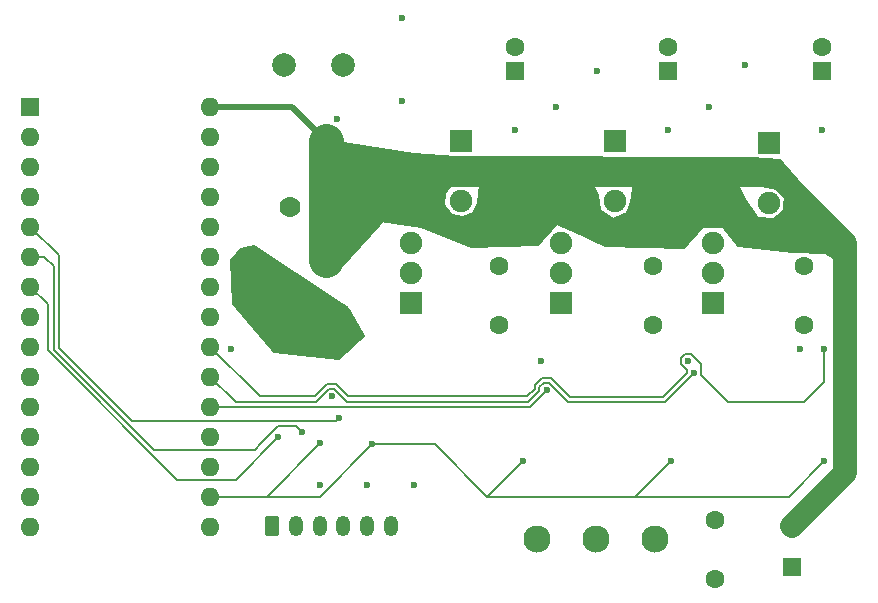
<source format=gbr>
%TF.GenerationSoftware,KiCad,Pcbnew,9.0.3*%
%TF.CreationDate,2025-07-09T22:45:58-05:00*%
%TF.ProjectId,focMotorController,666f634d-6f74-46f7-9243-6f6e74726f6c,rev?*%
%TF.SameCoordinates,Original*%
%TF.FileFunction,Copper,L3,Inr*%
%TF.FilePolarity,Positive*%
%FSLAX46Y46*%
G04 Gerber Fmt 4.6, Leading zero omitted, Abs format (unit mm)*
G04 Created by KiCad (PCBNEW 9.0.3) date 2025-07-09 22:45:58*
%MOMM*%
%LPD*%
G01*
G04 APERTURE LIST*
G04 Aperture macros list*
%AMRoundRect*
0 Rectangle with rounded corners*
0 $1 Rounding radius*
0 $2 $3 $4 $5 $6 $7 $8 $9 X,Y pos of 4 corners*
0 Add a 4 corners polygon primitive as box body*
4,1,4,$2,$3,$4,$5,$6,$7,$8,$9,$2,$3,0*
0 Add four circle primitives for the rounded corners*
1,1,$1+$1,$2,$3*
1,1,$1+$1,$4,$5*
1,1,$1+$1,$6,$7*
1,1,$1+$1,$8,$9*
0 Add four rect primitives between the rounded corners*
20,1,$1+$1,$2,$3,$4,$5,0*
20,1,$1+$1,$4,$5,$6,$7,0*
20,1,$1+$1,$6,$7,$8,$9,0*
20,1,$1+$1,$8,$9,$2,$3,0*%
G04 Aperture macros list end*
%TA.AperFunction,Conductor*%
%ADD10C,0.200000*%
%TD*%
%TA.AperFunction,ComponentPad*%
%ADD11RoundRect,0.250000X0.550000X-0.550000X0.550000X0.550000X-0.550000X0.550000X-0.550000X-0.550000X0*%
%TD*%
%TA.AperFunction,ComponentPad*%
%ADD12C,1.600000*%
%TD*%
%TA.AperFunction,ComponentPad*%
%ADD13C,1.770000*%
%TD*%
%TA.AperFunction,ComponentPad*%
%ADD14R,1.910000X1.910000*%
%TD*%
%TA.AperFunction,ComponentPad*%
%ADD15C,1.910000*%
%TD*%
%TA.AperFunction,ComponentPad*%
%ADD16RoundRect,0.250000X-0.350000X-0.625000X0.350000X-0.625000X0.350000X0.625000X-0.350000X0.625000X0*%
%TD*%
%TA.AperFunction,ComponentPad*%
%ADD17O,1.200000X1.750000*%
%TD*%
%TA.AperFunction,ComponentPad*%
%ADD18C,2.300000*%
%TD*%
%TA.AperFunction,ComponentPad*%
%ADD19C,2.000000*%
%TD*%
%TA.AperFunction,ComponentPad*%
%ADD20R,2.000000X2.000000*%
%TD*%
%TA.AperFunction,ComponentPad*%
%ADD21R,1.600000X1.600000*%
%TD*%
%TA.AperFunction,ComponentPad*%
%ADD22O,1.600000X1.600000*%
%TD*%
%TA.AperFunction,ViaPad*%
%ADD23C,0.600000*%
%TD*%
%TA.AperFunction,Conductor*%
%ADD24C,2.000000*%
%TD*%
%TA.AperFunction,Conductor*%
%ADD25C,0.500000*%
%TD*%
%TA.AperFunction,Conductor*%
%ADD26C,3.000000*%
%TD*%
G04 APERTURE END LIST*
D10*
%TO.N,Net-(D2-A)*%
X102383532Y-64001426D02*
X103760522Y-66373659D01*
X101668080Y-68388436D01*
X96111564Y-67744919D01*
X92659865Y-63719154D01*
X92511361Y-59969434D01*
X93365258Y-59041286D01*
X94421857Y-58810154D01*
X102383532Y-64001426D01*
%TA.AperFunction,Conductor*%
G36*
X102383532Y-64001426D02*
G01*
X103760522Y-66373659D01*
X101668080Y-68388436D01*
X96111564Y-67744919D01*
X92659865Y-63719154D01*
X92511361Y-59969434D01*
X93365258Y-59041286D01*
X94421857Y-58810154D01*
X102383532Y-64001426D01*
G37*
%TD.AperFunction*%
%TO.N,PVIN*%
X123544408Y-54493998D02*
X123711475Y-55756280D01*
X124827678Y-56466999D01*
X126048709Y-56021488D01*
X126345717Y-55097464D01*
X126588736Y-53398783D01*
X135331895Y-53491598D01*
X136130103Y-54995199D01*
X137123940Y-56385010D01*
X138498975Y-56520680D01*
X139323996Y-55732327D01*
X139415749Y-54308369D01*
X140138402Y-54216857D01*
X145058892Y-58559289D01*
X143778047Y-59932949D01*
X142812773Y-59394623D01*
X140098816Y-59263820D01*
X135424710Y-58763482D01*
X134143865Y-57167066D01*
X132491760Y-57204192D01*
X130802530Y-58930549D01*
X124138423Y-58763482D01*
X122189311Y-57835333D01*
X120110258Y-56888622D01*
X118439591Y-58689230D01*
X112815011Y-58837734D01*
X108582653Y-57185629D01*
X104034725Y-56500000D01*
X105500000Y-53686810D01*
X111149539Y-53686810D01*
X110571316Y-54297194D01*
X110480564Y-55353221D01*
X111214832Y-56194742D01*
X112147106Y-56351496D01*
X112980377Y-55996737D01*
X113359887Y-55179966D01*
X113576092Y-53565850D01*
X122950393Y-53343094D01*
X123544408Y-54493998D01*
%TA.AperFunction,Conductor*%
G36*
X123544408Y-54493998D02*
G01*
X123711475Y-55756280D01*
X124827678Y-56466999D01*
X126048709Y-56021488D01*
X126345717Y-55097464D01*
X126588736Y-53398783D01*
X135331895Y-53491598D01*
X136130103Y-54995199D01*
X137123940Y-56385010D01*
X138498975Y-56520680D01*
X139323996Y-55732327D01*
X139415749Y-54308369D01*
X140138402Y-54216857D01*
X145058892Y-58559289D01*
X143778047Y-59932949D01*
X142812773Y-59394623D01*
X140098816Y-59263820D01*
X135424710Y-58763482D01*
X134143865Y-57167066D01*
X132491760Y-57204192D01*
X130802530Y-58930549D01*
X124138423Y-58763482D01*
X122189311Y-57835333D01*
X120110258Y-56888622D01*
X118439591Y-58689230D01*
X112815011Y-58837734D01*
X108582653Y-57185629D01*
X104034725Y-56500000D01*
X105500000Y-53686810D01*
X111149539Y-53686810D01*
X110571316Y-54297194D01*
X110480564Y-55353221D01*
X111214832Y-56194742D01*
X112147106Y-56351496D01*
X112980377Y-55996737D01*
X113359887Y-55179966D01*
X113576092Y-53565850D01*
X122950393Y-53343094D01*
X123544408Y-54493998D01*
G37*
%TD.AperFunction*%
X108000000Y-51000000D02*
X111559289Y-51235317D01*
X136608977Y-51301995D01*
X139000000Y-51500000D01*
X142000000Y-55000000D01*
X141000000Y-55500000D01*
X138716917Y-53926948D01*
X137394616Y-53744561D01*
X111149539Y-53686810D01*
X105500000Y-56500000D01*
X101500000Y-61000000D01*
X100550000Y-52776044D01*
X101500000Y-50000000D01*
X108000000Y-51000000D01*
%TA.AperFunction,Conductor*%
G36*
X108000000Y-51000000D02*
G01*
X111559289Y-51235317D01*
X136608977Y-51301995D01*
X139000000Y-51500000D01*
X142000000Y-55000000D01*
X141000000Y-55500000D01*
X138716917Y-53926948D01*
X137394616Y-53744561D01*
X111149539Y-53686810D01*
X105500000Y-56500000D01*
X101500000Y-61000000D01*
X100550000Y-52776044D01*
X101500000Y-50000000D01*
X108000000Y-51000000D01*
G37*
%TD.AperFunction*%
%TD*%
D11*
%TO.N,PVIN*%
%TO.C,C7*%
X142500000Y-43955113D03*
D12*
%TO.N,GND*%
X142500000Y-41955113D03*
%TD*%
D11*
%TO.N,Net-(C1-Pad1)*%
%TO.C,C1*%
X140000000Y-86000000D03*
D12*
%TO.N,PVIN*%
X140000000Y-82500000D03*
%TD*%
D13*
%TO.N,+12V*%
%TO.C,F1*%
X97500000Y-55500000D03*
%TO.N,Net-(D2-A)*%
X94500000Y-60500000D03*
%TD*%
D11*
%TO.N,PVIN*%
%TO.C,C6*%
X129500000Y-43955113D03*
D12*
%TO.N,GND*%
X129500000Y-41955113D03*
%TD*%
D11*
%TO.N,PVIN*%
%TO.C,C8*%
X116500000Y-43955113D03*
D12*
%TO.N,GND*%
X116500000Y-41955113D03*
%TD*%
%TO.N,GND*%
%TO.C,C2*%
X133500000Y-82000000D03*
%TO.N,Net-(C1-Pad1)*%
X133500000Y-87000000D03*
%TD*%
D14*
%TO.N,CLowGate*%
%TO.C,U5*%
X133262100Y-63587500D03*
D15*
%TO.N,PhaseCSense*%
X133262100Y-61047500D03*
%TO.N,GND*%
X133262100Y-58507500D03*
%TD*%
D14*
%TO.N,BHighGate*%
%TO.C,U7*%
X125000000Y-49920000D03*
D15*
%TO.N,PVIN*%
X125000000Y-52460000D03*
%TO.N,PhaseBSense*%
X125000000Y-55000000D03*
%TD*%
D14*
%TO.N,BLowGate*%
%TO.C,U4*%
X120430000Y-63587500D03*
D15*
%TO.N,PhaseBSense*%
X120430000Y-61047500D03*
%TO.N,GND*%
X120430000Y-58507500D03*
%TD*%
D12*
%TO.N,Net-(D8-K)*%
%TO.C,C4*%
X128204100Y-60500000D03*
%TO.N,PhaseBSense*%
X128204100Y-65500000D03*
%TD*%
D16*
%TO.N,GND*%
%TO.C,J2*%
X96000000Y-82500000D03*
D17*
%TO.N,EncoderC*%
X98000000Y-82500000D03*
%TO.N,EncoderB*%
X100000000Y-82500000D03*
%TO.N,EncoderA*%
X102000000Y-82500000D03*
%TO.N,Net-(J2-Motor_Temperature)*%
X104000000Y-82500000D03*
%TO.N,5VDD*%
X106000000Y-82500000D03*
%TD*%
D18*
%TO.N,PhaseAOut*%
%TO.C,P1*%
X118372000Y-83635000D03*
%TO.N,PhaseBOut*%
X123372000Y-83635000D03*
%TO.N,PhaseCOut*%
X128372000Y-83635000D03*
%TD*%
D14*
%TO.N,AHighGate*%
%TO.C,U6*%
X112000000Y-49920000D03*
D15*
%TO.N,PVIN*%
X112000000Y-52460000D03*
%TO.N,PhaseASense*%
X112000000Y-55000000D03*
%TD*%
D19*
%TO.N,+12V*%
%TO.C,P2*%
X102000000Y-43500000D03*
%TO.N,GND*%
X97000000Y-43500000D03*
%TD*%
D12*
%TO.N,Net-(D9-K)*%
%TO.C,C5*%
X141000000Y-60500000D03*
%TO.N,PhaseCSense*%
X141000000Y-65500000D03*
%TD*%
D20*
%TO.N,PVIN*%
%TO.C,D2*%
X100550000Y-59960000D03*
D19*
%TO.N,Net-(D2-A)*%
X100550000Y-65040000D03*
%TD*%
D14*
%TO.N,CHighGate*%
%TO.C,U8*%
X138000000Y-50047500D03*
D15*
%TO.N,PVIN*%
X138000000Y-52587500D03*
%TO.N,PhaseCSense*%
X138000000Y-55127500D03*
%TD*%
D21*
%TO.N,unconnected-(A1-D1{slash}TX-Pad1)*%
%TO.C,A1*%
X75500000Y-46980000D03*
D22*
%TO.N,unconnected-(A1-D0{slash}RX-Pad2)*%
X75500000Y-49520000D03*
%TO.N,unconnected-(A1-~{RESET}-Pad3)*%
X75500000Y-52060000D03*
%TO.N,GND*%
X75500000Y-54600000D03*
%TO.N,EncLogicA*%
X75500000Y-57140000D03*
%TO.N,EncLogicB*%
X75500000Y-59680000D03*
%TO.N,EncLogicC*%
X75500000Y-62220000D03*
%TO.N,Status1*%
X75500000Y-64760000D03*
%TO.N,Status2*%
X75500000Y-67300000D03*
%TO.N,Status3*%
X75500000Y-69840000D03*
%TO.N,PhaseA*%
X75500000Y-72380000D03*
%TO.N,PhaseB*%
X75500000Y-74920000D03*
%TO.N,PhaseC*%
X75500000Y-77460000D03*
%TO.N,Enable*%
X75500000Y-80000000D03*
%TO.N,unconnected-(A1-D12{slash}CIPO-Pad15)*%
X75500000Y-82540000D03*
%TO.N,unconnected-(A1-D13{slash}SCK-Pad16)*%
X90740000Y-82540000D03*
%TO.N,3.3VDD*%
X90740000Y-80000000D03*
%TO.N,unconnected-(A1-REF-Pad18)*%
X90740000Y-77460000D03*
%TO.N,Net-(A1-A0)*%
X90740000Y-74920000D03*
%TO.N,CurrentA*%
X90740000Y-72380000D03*
%TO.N,CurrentB*%
X90740000Y-69840000D03*
%TO.N,CurrentC*%
X90740000Y-67300000D03*
%TO.N,unconnected-(A1-SDA{slash}A4-Pad23)*%
X90740000Y-64760000D03*
%TO.N,unconnected-(A1-SCL{slash}A5-Pad24)*%
X90740000Y-62220000D03*
%TO.N,unconnected-(A1-A6-Pad25)*%
X90740000Y-59680000D03*
%TO.N,unconnected-(A1-A7-Pad26)*%
X90740000Y-57140000D03*
%TO.N,5VDD*%
X90740000Y-54600000D03*
%TO.N,unconnected-(A1-REC-Pad28)*%
X90740000Y-52060000D03*
%TO.N,GND*%
X90740000Y-49520000D03*
%TO.N,PVIN*%
X90740000Y-46980000D03*
%TD*%
D12*
%TO.N,Net-(D7-K)*%
%TO.C,C3*%
X115204100Y-60500000D03*
%TO.N,PhaseASense*%
X115204100Y-65500000D03*
%TD*%
D14*
%TO.N,ALowGate*%
%TO.C,U3*%
X107704100Y-63587500D03*
D15*
%TO.N,PhaseASense*%
X107704100Y-61047500D03*
%TO.N,GND*%
X107704100Y-58507500D03*
%TD*%
D23*
%TO.N,GND*%
X140704100Y-67500000D03*
X101500000Y-48000000D03*
X92500000Y-67500000D03*
X118704100Y-68500000D03*
X131204100Y-68500000D03*
%TO.N,EncLogicC*%
X96500000Y-75000000D03*
%TO.N,3.3VDD*%
X142704100Y-77000000D03*
X129704100Y-77000000D03*
X100000000Y-75500000D03*
X104466450Y-75533550D03*
X117204100Y-77000000D03*
%TO.N,Net-(A1-A0)*%
X101000000Y-71500000D03*
%TO.N,PhaseA*%
X107000000Y-39500000D03*
%TO.N,EncLogicA*%
X101625000Y-73375000D03*
%TO.N,CurrentA*%
X119204100Y-71000000D03*
%TO.N,PhaseC*%
X136000000Y-43500000D03*
%TO.N,CurrentC*%
X142704100Y-67500000D03*
%TO.N,CurrentB*%
X131704100Y-69500000D03*
%TO.N,PhaseB*%
X123500000Y-44000000D03*
%TO.N,5VDD*%
X104000000Y-79000000D03*
X108000000Y-79000000D03*
X100000000Y-79000000D03*
%TO.N,EncLogicB*%
X98500000Y-74500000D03*
%TO.N,Net-(D7-K)*%
X107000000Y-46500000D03*
X116500000Y-49000000D03*
%TO.N,Net-(D8-K)*%
X129500000Y-49000000D03*
X120000000Y-47000000D03*
%TO.N,Net-(D9-K)*%
X142500000Y-49000000D03*
X133000000Y-47000000D03*
%TD*%
D10*
%TO.N,EncLogicC*%
X87926800Y-78561000D02*
X77000000Y-67634200D01*
X92939000Y-78561000D02*
X87926800Y-78561000D01*
X77000000Y-63720000D02*
X75500000Y-62220000D01*
X77000000Y-67634200D02*
X77000000Y-63720000D01*
X96500000Y-75000000D02*
X92939000Y-78561000D01*
%TO.N,3.3VDD*%
X126704100Y-80000000D02*
X139704100Y-80000000D01*
X114204100Y-80000000D02*
X117204100Y-77000000D01*
X109737650Y-75533550D02*
X104466450Y-75533550D01*
X139704100Y-80000000D02*
X142704100Y-77000000D01*
X126704100Y-80000000D02*
X129704100Y-77000000D01*
X100000000Y-80000000D02*
X104466450Y-75533550D01*
X95500000Y-80000000D02*
X100000000Y-80000000D01*
X114204100Y-80000000D02*
X126704100Y-80000000D01*
X114204100Y-80000000D02*
X109737650Y-75533550D01*
X90740000Y-80000000D02*
X95500000Y-80000000D01*
X95500000Y-80000000D02*
X100000000Y-75500000D01*
%TO.N,EncLogicA*%
X77901000Y-67401000D02*
X84099000Y-73599000D01*
X77901000Y-59541000D02*
X77901000Y-67401000D01*
X101401000Y-73599000D02*
X101625000Y-73375000D01*
X84099000Y-73599000D02*
X101401000Y-73599000D01*
X75500000Y-57140000D02*
X77901000Y-59541000D01*
D24*
%TO.N,PVIN*%
X140000000Y-82500000D02*
X144499000Y-78001000D01*
X138509045Y-52587500D02*
X138000000Y-52587500D01*
D25*
X97650158Y-46980000D02*
X100550000Y-49879842D01*
D24*
X144499000Y-78001000D02*
X144499000Y-58577455D01*
X144499000Y-58577455D02*
X138509045Y-52587500D01*
X125127500Y-52587500D02*
X125000000Y-52460000D01*
D26*
X100550000Y-59960000D02*
X100550000Y-49879842D01*
D25*
X90740000Y-46980000D02*
X97650158Y-46980000D01*
D10*
%TO.N,CurrentA*%
X90740000Y-72380000D02*
X117824100Y-72380000D01*
X117824100Y-72380000D02*
X119204100Y-71000000D01*
%TO.N,CurrentC*%
X131453043Y-67899000D02*
X132305100Y-68751057D01*
X131103100Y-69533900D02*
X131103100Y-69248943D01*
X118789057Y-69998000D02*
X119619143Y-69998000D01*
X130603100Y-68748943D02*
X130603100Y-68251057D01*
X94940000Y-71500000D02*
X99582957Y-71500000D01*
X132305100Y-68751057D02*
X132305100Y-69748943D01*
X132305100Y-69748943D02*
X134556157Y-72000000D01*
X118202100Y-70584957D02*
X118789057Y-69998000D01*
X142704100Y-70295900D02*
X142704100Y-67500000D01*
X130955157Y-67899000D02*
X131453043Y-67899000D01*
X130603100Y-68251057D02*
X130955157Y-67899000D01*
X118202100Y-70867800D02*
X118202100Y-70584957D01*
X90740000Y-67300000D02*
X94940000Y-71500000D01*
X101415043Y-70498000D02*
X102417043Y-71500000D01*
X117569900Y-71500000D02*
X118202100Y-70867800D01*
X134556157Y-72000000D02*
X141000000Y-72000000D01*
X119619143Y-69998000D02*
X121220143Y-71599000D01*
X141000000Y-72000000D02*
X142704100Y-70295900D01*
X121220143Y-71599000D02*
X129038000Y-71599000D01*
X129038000Y-71599000D02*
X131103100Y-69533900D01*
X99582957Y-71500000D02*
X100584957Y-70498000D01*
X131103100Y-69248943D02*
X130603100Y-68748943D01*
X100584957Y-70498000D02*
X101415043Y-70498000D01*
X102417043Y-71500000D02*
X117569900Y-71500000D01*
%TO.N,CurrentB*%
X129204100Y-72000000D02*
X131704100Y-69500000D01*
X118603100Y-71033900D02*
X118603100Y-70751057D01*
X100751057Y-70899000D02*
X101248943Y-70899000D01*
X101248943Y-70899000D02*
X102328943Y-71979000D01*
X117658000Y-71979000D02*
X118603100Y-71033900D01*
X119453043Y-70399000D02*
X121054043Y-72000000D01*
X102328943Y-71979000D02*
X117658000Y-71979000D01*
X118603100Y-70751057D02*
X118955157Y-70399000D01*
X118955157Y-70399000D02*
X119453043Y-70399000D01*
X99671057Y-71979000D02*
X100751057Y-70899000D01*
X92879000Y-71979000D02*
X99671057Y-71979000D01*
X90740000Y-69840000D02*
X92879000Y-71979000D01*
X121054043Y-72000000D02*
X129204100Y-72000000D01*
%TO.N,EncLogicB*%
X94479000Y-76021000D02*
X95000000Y-75500000D01*
X77500000Y-67567100D02*
X77500000Y-60500000D01*
X95000000Y-75500000D02*
X96500000Y-74000000D01*
X83413900Y-73481000D02*
X85953900Y-76021000D01*
X83413900Y-73481000D02*
X77500000Y-67567100D01*
X98000000Y-74000000D02*
X98500000Y-74500000D01*
X85953900Y-76021000D02*
X94479000Y-76021000D01*
X76680000Y-59680000D02*
X75500000Y-59680000D01*
X96500000Y-74000000D02*
X98000000Y-74000000D01*
X77500000Y-60500000D02*
X76680000Y-59680000D01*
%TD*%
M02*

</source>
